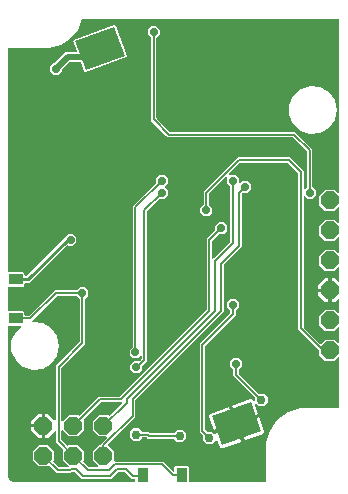
<source format=gbr>
G04 EAGLE Gerber RS-274X export*
G75*
%MOMM*%
%FSLAX34Y34*%
%LPD*%
%INTop Copper*%
%IPPOS*%
%AMOC8*
5,1,8,0,0,1.08239X$1,22.5*%
G01*
%ADD10R,3.500000X2.600000*%
%ADD11P,1.649562X8X112.500000*%
%ADD12P,1.649562X8X22.500000*%
%ADD13R,1.200000X0.900000*%
%ADD14R,0.900000X1.200000*%
%ADD15C,0.254000*%
%ADD16C,0.706400*%
%ADD17C,0.152400*%
%ADD18C,0.756400*%
%ADD19C,0.508000*%

G36*
X50658Y56512D02*
X50658Y56512D01*
X50729Y56518D01*
X50777Y56538D01*
X50828Y56549D01*
X50889Y56586D01*
X50955Y56614D01*
X51011Y56659D01*
X51039Y56675D01*
X51054Y56693D01*
X51086Y56719D01*
X56212Y61845D01*
X63788Y61845D01*
X64311Y61322D01*
X64327Y61310D01*
X64340Y61294D01*
X64427Y61238D01*
X64511Y61178D01*
X64530Y61172D01*
X64547Y61161D01*
X64647Y61136D01*
X64746Y61106D01*
X64766Y61106D01*
X64785Y61101D01*
X64888Y61109D01*
X64992Y61112D01*
X65011Y61119D01*
X65030Y61120D01*
X65125Y61161D01*
X65223Y61196D01*
X65238Y61209D01*
X65257Y61217D01*
X65388Y61322D01*
X81353Y77287D01*
X98737Y77287D01*
X98828Y77301D01*
X98918Y77309D01*
X98948Y77321D01*
X98980Y77326D01*
X99061Y77369D01*
X99145Y77405D01*
X99177Y77431D01*
X99198Y77442D01*
X99220Y77465D01*
X99276Y77510D01*
X172490Y150724D01*
X172543Y150798D01*
X172603Y150868D01*
X172615Y150898D01*
X172634Y150924D01*
X172661Y151011D01*
X172695Y151096D01*
X172699Y151137D01*
X172706Y151159D01*
X172705Y151191D01*
X172713Y151263D01*
X172713Y210947D01*
X179720Y217954D01*
X179773Y218028D01*
X179833Y218098D01*
X179845Y218128D01*
X179864Y218154D01*
X179891Y218241D01*
X179925Y218326D01*
X179929Y218367D01*
X179936Y218389D01*
X179935Y218421D01*
X179943Y218493D01*
X179943Y222095D01*
X182905Y225057D01*
X187095Y225057D01*
X190057Y222095D01*
X190057Y217905D01*
X187095Y214943D01*
X183493Y214943D01*
X183402Y214929D01*
X183312Y214921D01*
X183282Y214909D01*
X183250Y214904D01*
X183169Y214861D01*
X183085Y214825D01*
X183053Y214799D01*
X183032Y214788D01*
X183010Y214765D01*
X183005Y214761D01*
X183004Y214760D01*
X182954Y214720D01*
X177510Y209276D01*
X177457Y209202D01*
X177397Y209132D01*
X177385Y209102D01*
X177366Y209076D01*
X177339Y208989D01*
X177305Y208904D01*
X177301Y208863D01*
X177294Y208841D01*
X177295Y208809D01*
X177287Y208737D01*
X177287Y194858D01*
X177298Y194788D01*
X177300Y194716D01*
X177318Y194667D01*
X177326Y194616D01*
X177360Y194552D01*
X177385Y194485D01*
X177417Y194444D01*
X177442Y194398D01*
X177494Y194349D01*
X177538Y194293D01*
X177582Y194265D01*
X177620Y194229D01*
X177685Y194199D01*
X177745Y194160D01*
X177796Y194147D01*
X177843Y194125D01*
X177914Y194117D01*
X177984Y194100D01*
X178036Y194104D01*
X178087Y194098D01*
X178158Y194113D01*
X178229Y194119D01*
X178277Y194139D01*
X178328Y194150D01*
X178389Y194187D01*
X178455Y194215D01*
X178511Y194260D01*
X178539Y194277D01*
X178554Y194294D01*
X178586Y194320D01*
X179276Y195010D01*
X192490Y208224D01*
X192543Y208298D01*
X192603Y208368D01*
X192615Y208398D01*
X192634Y208424D01*
X192661Y208511D01*
X192695Y208596D01*
X192699Y208637D01*
X192706Y208659D01*
X192705Y208691D01*
X192713Y208763D01*
X192713Y254820D01*
X192699Y254910D01*
X192691Y255001D01*
X192679Y255031D01*
X192674Y255063D01*
X192631Y255144D01*
X192595Y255227D01*
X192569Y255260D01*
X192558Y255280D01*
X192535Y255302D01*
X192490Y255358D01*
X189943Y257905D01*
X189943Y262372D01*
X189932Y262442D01*
X189930Y262514D01*
X189912Y262563D01*
X189904Y262614D01*
X189870Y262678D01*
X189845Y262745D01*
X189813Y262786D01*
X189788Y262832D01*
X189736Y262881D01*
X189692Y262937D01*
X189648Y262965D01*
X189610Y263001D01*
X189545Y263031D01*
X189485Y263070D01*
X189434Y263083D01*
X189387Y263105D01*
X189316Y263113D01*
X189246Y263130D01*
X189194Y263126D01*
X189143Y263132D01*
X189072Y263117D01*
X189001Y263111D01*
X188953Y263091D01*
X188902Y263080D01*
X188841Y263043D01*
X188775Y263015D01*
X188719Y262970D01*
X188691Y262953D01*
X188676Y262936D01*
X188644Y262910D01*
X175010Y249276D01*
X174957Y249202D01*
X174897Y249132D01*
X174885Y249102D01*
X174866Y249076D01*
X174839Y248989D01*
X174805Y248904D01*
X174801Y248863D01*
X174794Y248841D01*
X174795Y248809D01*
X174787Y248737D01*
X174787Y240180D01*
X174801Y240090D01*
X174809Y239999D01*
X174821Y239969D01*
X174826Y239937D01*
X174869Y239856D01*
X174905Y239773D01*
X174931Y239740D01*
X174942Y239720D01*
X174965Y239698D01*
X175010Y239642D01*
X177557Y237095D01*
X177557Y232905D01*
X174595Y229943D01*
X170405Y229943D01*
X167443Y232905D01*
X167443Y237095D01*
X169990Y239642D01*
X170043Y239716D01*
X170103Y239785D01*
X170115Y239815D01*
X170134Y239841D01*
X170161Y239928D01*
X170195Y240013D01*
X170199Y240054D01*
X170206Y240076D01*
X170205Y240109D01*
X170213Y240180D01*
X170213Y250947D01*
X199053Y279787D01*
X243447Y279787D01*
X254787Y268447D01*
X254787Y253776D01*
X254798Y253705D01*
X254800Y253633D01*
X254818Y253584D01*
X254826Y253533D01*
X254860Y253470D01*
X254885Y253402D01*
X254917Y253362D01*
X254942Y253316D01*
X254994Y253266D01*
X255038Y253210D01*
X255082Y253182D01*
X255120Y253146D01*
X255185Y253116D01*
X255245Y253077D01*
X255296Y253065D01*
X255343Y253043D01*
X255414Y253035D01*
X255484Y253017D01*
X255536Y253021D01*
X255587Y253016D01*
X255658Y253031D01*
X255729Y253036D01*
X255777Y253057D01*
X255828Y253068D01*
X255889Y253105D01*
X255955Y253133D01*
X256011Y253178D01*
X256039Y253194D01*
X256054Y253212D01*
X256086Y253238D01*
X257490Y254642D01*
X257543Y254716D01*
X257603Y254785D01*
X257615Y254815D01*
X257634Y254841D01*
X257661Y254929D01*
X257695Y255013D01*
X257699Y255054D01*
X257706Y255076D01*
X257705Y255109D01*
X257713Y255180D01*
X257713Y284737D01*
X257699Y284828D01*
X257691Y284918D01*
X257679Y284948D01*
X257674Y284980D01*
X257631Y285061D01*
X257595Y285145D01*
X257569Y285177D01*
X257558Y285198D01*
X257535Y285220D01*
X257490Y285276D01*
X246276Y296490D01*
X246202Y296543D01*
X246132Y296603D01*
X246102Y296615D01*
X246076Y296634D01*
X245989Y296661D01*
X245904Y296695D01*
X245863Y296699D01*
X245841Y296706D01*
X245809Y296705D01*
X245737Y296713D01*
X140053Y296713D01*
X138490Y298276D01*
X125713Y311053D01*
X125713Y380820D01*
X125699Y380910D01*
X125691Y381001D01*
X125679Y381031D01*
X125674Y381063D01*
X125631Y381144D01*
X125595Y381227D01*
X125569Y381260D01*
X125558Y381280D01*
X125535Y381302D01*
X125490Y381358D01*
X122943Y383905D01*
X122943Y388095D01*
X125905Y391057D01*
X130095Y391057D01*
X133057Y388095D01*
X133057Y383905D01*
X130510Y381358D01*
X130457Y381284D01*
X130397Y381215D01*
X130385Y381185D01*
X130366Y381159D01*
X130339Y381072D01*
X130305Y380987D01*
X130301Y380946D01*
X130294Y380924D01*
X130295Y380891D01*
X130287Y380820D01*
X130287Y313263D01*
X130301Y313172D01*
X130309Y313082D01*
X130321Y313052D01*
X130326Y313020D01*
X130369Y312939D01*
X130405Y312855D01*
X130431Y312823D01*
X130442Y312802D01*
X130465Y312780D01*
X130510Y312724D01*
X141724Y301510D01*
X141798Y301457D01*
X141868Y301397D01*
X141898Y301385D01*
X141924Y301366D01*
X142011Y301339D01*
X142096Y301305D01*
X142137Y301301D01*
X142159Y301294D01*
X142191Y301295D01*
X142262Y301287D01*
X247947Y301287D01*
X262287Y286947D01*
X262287Y255180D01*
X262301Y255090D01*
X262309Y254999D01*
X262321Y254969D01*
X262326Y254937D01*
X262369Y254856D01*
X262405Y254773D01*
X262431Y254740D01*
X262442Y254720D01*
X262465Y254698D01*
X262510Y254642D01*
X265057Y252095D01*
X265057Y247905D01*
X262095Y244943D01*
X257905Y244943D01*
X256086Y246762D01*
X256028Y246804D01*
X255976Y246854D01*
X255929Y246876D01*
X255887Y246906D01*
X255818Y246927D01*
X255753Y246957D01*
X255701Y246963D01*
X255651Y246978D01*
X255580Y246976D01*
X255509Y246984D01*
X255458Y246973D01*
X255406Y246972D01*
X255338Y246947D01*
X255268Y246932D01*
X255223Y246905D01*
X255175Y246888D01*
X255119Y246843D01*
X255057Y246806D01*
X255023Y246766D01*
X254983Y246734D01*
X254944Y246674D01*
X254897Y246619D01*
X254878Y246571D01*
X254850Y246527D01*
X254832Y246457D01*
X254805Y246391D01*
X254797Y246320D01*
X254789Y246288D01*
X254791Y246265D01*
X254787Y246224D01*
X254787Y136262D01*
X254801Y136172D01*
X254809Y136081D01*
X254821Y136052D01*
X254826Y136020D01*
X254869Y135939D01*
X254905Y135855D01*
X254931Y135823D01*
X254942Y135802D01*
X254965Y135780D01*
X255010Y135724D01*
X268612Y122122D01*
X268629Y122110D01*
X268641Y122094D01*
X268728Y122038D01*
X268812Y121978D01*
X268831Y121972D01*
X268848Y121961D01*
X268948Y121936D01*
X269047Y121906D01*
X269067Y121906D01*
X269086Y121901D01*
X269189Y121909D01*
X269293Y121912D01*
X269312Y121919D01*
X269332Y121920D01*
X269427Y121961D01*
X269524Y121996D01*
X269540Y122009D01*
X269558Y122017D01*
X269689Y122122D01*
X273212Y125645D01*
X280788Y125645D01*
X283890Y122543D01*
X283948Y122501D01*
X284000Y122452D01*
X284047Y122430D01*
X284089Y122399D01*
X284158Y122378D01*
X284223Y122348D01*
X284275Y122342D01*
X284325Y122327D01*
X284396Y122329D01*
X284467Y122321D01*
X284518Y122332D01*
X284570Y122333D01*
X284638Y122358D01*
X284708Y122373D01*
X284753Y122400D01*
X284801Y122418D01*
X284857Y122463D01*
X284919Y122499D01*
X284953Y122539D01*
X284993Y122571D01*
X285032Y122632D01*
X285079Y122686D01*
X285098Y122735D01*
X285126Y122778D01*
X285144Y122848D01*
X285171Y122914D01*
X285179Y122986D01*
X285187Y123017D01*
X285185Y123040D01*
X285189Y123081D01*
X285189Y135319D01*
X285178Y135390D01*
X285176Y135461D01*
X285158Y135510D01*
X285150Y135562D01*
X285116Y135625D01*
X285091Y135692D01*
X285059Y135733D01*
X285034Y135779D01*
X284982Y135828D01*
X284938Y135884D01*
X284894Y135913D01*
X284856Y135948D01*
X284791Y135979D01*
X284731Y136017D01*
X284680Y136030D01*
X284633Y136052D01*
X284562Y136060D01*
X284492Y136077D01*
X284440Y136073D01*
X284389Y136079D01*
X284318Y136064D01*
X284247Y136058D01*
X284199Y136038D01*
X284148Y136027D01*
X284087Y135990D01*
X284021Y135962D01*
X283965Y135917D01*
X283937Y135901D01*
X283922Y135883D01*
X283890Y135857D01*
X280788Y132755D01*
X273212Y132755D01*
X267855Y138112D01*
X267855Y145688D01*
X273212Y151045D01*
X280788Y151045D01*
X283890Y147943D01*
X283948Y147901D01*
X284000Y147852D01*
X284047Y147830D01*
X284089Y147799D01*
X284158Y147778D01*
X284223Y147748D01*
X284275Y147742D01*
X284325Y147727D01*
X284396Y147729D01*
X284467Y147721D01*
X284518Y147732D01*
X284570Y147733D01*
X284638Y147758D01*
X284708Y147773D01*
X284753Y147800D01*
X284801Y147818D01*
X284857Y147863D01*
X284919Y147899D01*
X284953Y147939D01*
X284993Y147971D01*
X285032Y148032D01*
X285079Y148086D01*
X285098Y148135D01*
X285126Y148178D01*
X285144Y148248D01*
X285171Y148314D01*
X285179Y148386D01*
X285187Y148417D01*
X285185Y148440D01*
X285189Y148481D01*
X285189Y159282D01*
X285178Y159353D01*
X285176Y159424D01*
X285158Y159473D01*
X285150Y159525D01*
X285116Y159588D01*
X285091Y159655D01*
X285059Y159696D01*
X285034Y159742D01*
X284982Y159792D01*
X284938Y159848D01*
X284894Y159876D01*
X284856Y159912D01*
X284791Y159942D01*
X284731Y159981D01*
X284680Y159993D01*
X284633Y160015D01*
X284562Y160023D01*
X284492Y160041D01*
X284440Y160037D01*
X284389Y160042D01*
X284318Y160027D01*
X284247Y160021D01*
X284199Y160001D01*
X284148Y159990D01*
X284087Y159953D01*
X284021Y159925D01*
X283965Y159880D01*
X283937Y159864D01*
X283922Y159846D01*
X283890Y159820D01*
X281209Y157139D01*
X278523Y157139D01*
X278523Y166538D01*
X278520Y166558D01*
X278522Y166577D01*
X278500Y166679D01*
X278483Y166781D01*
X278474Y166798D01*
X278470Y166818D01*
X278417Y166907D01*
X278368Y166998D01*
X278354Y167012D01*
X278344Y167029D01*
X278265Y167096D01*
X278190Y167167D01*
X278172Y167176D01*
X278157Y167189D01*
X278061Y167227D01*
X277967Y167271D01*
X277947Y167273D01*
X277929Y167281D01*
X277762Y167299D01*
X276999Y167299D01*
X276999Y167301D01*
X277762Y167301D01*
X277782Y167304D01*
X277801Y167302D01*
X277903Y167324D01*
X278005Y167341D01*
X278022Y167350D01*
X278042Y167354D01*
X278131Y167407D01*
X278222Y167456D01*
X278236Y167470D01*
X278253Y167480D01*
X278320Y167559D01*
X278391Y167634D01*
X278400Y167652D01*
X278413Y167667D01*
X278452Y167763D01*
X278495Y167857D01*
X278497Y167877D01*
X278505Y167895D01*
X278523Y168062D01*
X278523Y177461D01*
X281209Y177461D01*
X283890Y174780D01*
X283948Y174738D01*
X284000Y174688D01*
X284047Y174667D01*
X284089Y174636D01*
X284158Y174615D01*
X284223Y174585D01*
X284275Y174579D01*
X284325Y174564D01*
X284396Y174566D01*
X284467Y174558D01*
X284518Y174569D01*
X284570Y174570D01*
X284638Y174595D01*
X284708Y174610D01*
X284753Y174637D01*
X284801Y174655D01*
X284857Y174699D01*
X284919Y174736D01*
X284953Y174776D01*
X284993Y174808D01*
X285032Y174869D01*
X285079Y174923D01*
X285098Y174971D01*
X285126Y175015D01*
X285144Y175085D01*
X285156Y175116D01*
X285161Y175126D01*
X285161Y175128D01*
X285171Y175151D01*
X285179Y175223D01*
X285187Y175254D01*
X285185Y175277D01*
X285189Y175318D01*
X285189Y186119D01*
X285178Y186190D01*
X285176Y186261D01*
X285158Y186310D01*
X285150Y186362D01*
X285116Y186425D01*
X285091Y186492D01*
X285059Y186533D01*
X285034Y186579D01*
X284982Y186628D01*
X284938Y186684D01*
X284894Y186713D01*
X284856Y186748D01*
X284791Y186779D01*
X284731Y186817D01*
X284680Y186830D01*
X284633Y186852D01*
X284562Y186860D01*
X284492Y186877D01*
X284440Y186873D01*
X284389Y186879D01*
X284318Y186864D01*
X284247Y186858D01*
X284199Y186838D01*
X284148Y186827D01*
X284087Y186790D01*
X284021Y186762D01*
X283965Y186717D01*
X283937Y186701D01*
X283922Y186683D01*
X283890Y186657D01*
X280788Y183555D01*
X273212Y183555D01*
X267855Y188912D01*
X267855Y196488D01*
X273212Y201845D01*
X280788Y201845D01*
X283890Y198743D01*
X283948Y198701D01*
X284000Y198652D01*
X284047Y198630D01*
X284089Y198599D01*
X284158Y198578D01*
X284223Y198548D01*
X284275Y198542D01*
X284325Y198527D01*
X284396Y198529D01*
X284467Y198521D01*
X284518Y198532D01*
X284570Y198533D01*
X284638Y198558D01*
X284708Y198573D01*
X284753Y198600D01*
X284801Y198618D01*
X284857Y198663D01*
X284919Y198699D01*
X284953Y198739D01*
X284993Y198771D01*
X285032Y198832D01*
X285079Y198886D01*
X285098Y198935D01*
X285126Y198978D01*
X285144Y199048D01*
X285171Y199114D01*
X285179Y199186D01*
X285187Y199217D01*
X285185Y199240D01*
X285189Y199281D01*
X285189Y211519D01*
X285178Y211590D01*
X285176Y211661D01*
X285158Y211710D01*
X285150Y211762D01*
X285116Y211825D01*
X285091Y211892D01*
X285059Y211933D01*
X285034Y211979D01*
X284982Y212028D01*
X284938Y212084D01*
X284894Y212113D01*
X284856Y212148D01*
X284791Y212179D01*
X284731Y212217D01*
X284680Y212230D01*
X284633Y212252D01*
X284562Y212260D01*
X284492Y212277D01*
X284440Y212273D01*
X284389Y212279D01*
X284318Y212264D01*
X284247Y212258D01*
X284199Y212238D01*
X284148Y212227D01*
X284087Y212190D01*
X284021Y212162D01*
X283965Y212117D01*
X283937Y212101D01*
X283922Y212083D01*
X283890Y212057D01*
X280788Y208955D01*
X273212Y208955D01*
X267855Y214312D01*
X267855Y221888D01*
X273212Y227245D01*
X280788Y227245D01*
X283890Y224143D01*
X283948Y224101D01*
X284000Y224052D01*
X284047Y224030D01*
X284089Y223999D01*
X284158Y223978D01*
X284223Y223948D01*
X284275Y223942D01*
X284325Y223927D01*
X284396Y223929D01*
X284467Y223921D01*
X284518Y223932D01*
X284570Y223933D01*
X284638Y223958D01*
X284708Y223973D01*
X284753Y224000D01*
X284801Y224018D01*
X284857Y224063D01*
X284919Y224099D01*
X284953Y224139D01*
X284993Y224171D01*
X285032Y224232D01*
X285079Y224286D01*
X285098Y224335D01*
X285126Y224378D01*
X285144Y224448D01*
X285171Y224514D01*
X285179Y224586D01*
X285187Y224617D01*
X285185Y224640D01*
X285189Y224681D01*
X285189Y236919D01*
X285178Y236990D01*
X285176Y237061D01*
X285158Y237110D01*
X285150Y237162D01*
X285116Y237225D01*
X285091Y237292D01*
X285059Y237333D01*
X285034Y237379D01*
X284982Y237428D01*
X284938Y237484D01*
X284894Y237513D01*
X284856Y237548D01*
X284791Y237579D01*
X284731Y237617D01*
X284680Y237630D01*
X284633Y237652D01*
X284562Y237660D01*
X284492Y237677D01*
X284440Y237673D01*
X284389Y237679D01*
X284318Y237664D01*
X284247Y237658D01*
X284199Y237638D01*
X284148Y237627D01*
X284087Y237590D01*
X284021Y237562D01*
X283965Y237517D01*
X283937Y237501D01*
X283922Y237483D01*
X283890Y237457D01*
X280788Y234355D01*
X273212Y234355D01*
X267855Y239712D01*
X267855Y247288D01*
X273212Y252645D01*
X280788Y252645D01*
X283890Y249543D01*
X283948Y249501D01*
X284000Y249452D01*
X284047Y249430D01*
X284089Y249399D01*
X284158Y249378D01*
X284223Y249348D01*
X284275Y249342D01*
X284325Y249327D01*
X284396Y249329D01*
X284467Y249321D01*
X284518Y249332D01*
X284570Y249333D01*
X284638Y249358D01*
X284708Y249373D01*
X284753Y249400D01*
X284801Y249418D01*
X284857Y249463D01*
X284919Y249499D01*
X284953Y249539D01*
X284993Y249571D01*
X285032Y249632D01*
X285079Y249686D01*
X285098Y249735D01*
X285126Y249778D01*
X285144Y249848D01*
X285171Y249914D01*
X285179Y249986D01*
X285187Y250017D01*
X285185Y250040D01*
X285189Y250081D01*
X285189Y396428D01*
X285186Y396448D01*
X285188Y396467D01*
X285166Y396569D01*
X285150Y396671D01*
X285140Y396688D01*
X285136Y396708D01*
X285083Y396797D01*
X285034Y396888D01*
X285020Y396902D01*
X285010Y396919D01*
X284931Y396986D01*
X284856Y397058D01*
X284838Y397066D01*
X284823Y397079D01*
X284727Y397118D01*
X284633Y397161D01*
X284613Y397163D01*
X284595Y397171D01*
X284428Y397189D01*
X67676Y397189D01*
X67674Y397189D01*
X67673Y397189D01*
X67552Y397169D01*
X67433Y397150D01*
X67432Y397149D01*
X67430Y397148D01*
X67322Y397091D01*
X67216Y397034D01*
X67215Y397033D01*
X67213Y397032D01*
X67129Y396943D01*
X67047Y396856D01*
X67046Y396854D01*
X67045Y396853D01*
X66967Y396705D01*
X63471Y387738D01*
X57280Y380175D01*
X49055Y374896D01*
X39602Y372416D01*
X34883Y372688D01*
X34867Y372686D01*
X34839Y372689D01*
X5572Y372689D01*
X5552Y372686D01*
X5533Y372688D01*
X5431Y372666D01*
X5329Y372650D01*
X5312Y372640D01*
X5292Y372636D01*
X5203Y372583D01*
X5112Y372534D01*
X5098Y372520D01*
X5081Y372510D01*
X5014Y372431D01*
X4942Y372356D01*
X4934Y372338D01*
X4921Y372323D01*
X4882Y372227D01*
X4839Y372133D01*
X4837Y372113D01*
X4829Y372095D01*
X4811Y371928D01*
X4811Y183286D01*
X4814Y183266D01*
X4812Y183247D01*
X4834Y183145D01*
X4850Y183043D01*
X4860Y183026D01*
X4864Y183006D01*
X4917Y182917D01*
X4966Y182826D01*
X4980Y182812D01*
X4990Y182795D01*
X5069Y182728D01*
X5144Y182656D01*
X5162Y182648D01*
X5177Y182635D01*
X5273Y182596D01*
X5367Y182553D01*
X5387Y182551D01*
X5405Y182543D01*
X5572Y182525D01*
X17632Y182525D01*
X18525Y181632D01*
X18525Y180056D01*
X18528Y180036D01*
X18526Y180017D01*
X18548Y179915D01*
X18564Y179813D01*
X18574Y179796D01*
X18578Y179776D01*
X18631Y179687D01*
X18680Y179596D01*
X18694Y179582D01*
X18704Y179565D01*
X18783Y179498D01*
X18858Y179426D01*
X18876Y179418D01*
X18891Y179405D01*
X18987Y179366D01*
X19081Y179323D01*
X19101Y179321D01*
X19119Y179313D01*
X19286Y179295D01*
X20027Y179295D01*
X20117Y179309D01*
X20208Y179317D01*
X20238Y179329D01*
X20270Y179334D01*
X20350Y179377D01*
X20434Y179413D01*
X20466Y179439D01*
X20487Y179450D01*
X20509Y179473D01*
X20565Y179518D01*
X52220Y211173D01*
X52273Y211247D01*
X52333Y211316D01*
X52345Y211346D01*
X52364Y211372D01*
X52391Y211459D01*
X52425Y211544D01*
X52429Y211585D01*
X52436Y211607D01*
X52435Y211640D01*
X52443Y211711D01*
X52443Y212095D01*
X55405Y215057D01*
X59595Y215057D01*
X62557Y212095D01*
X62557Y207905D01*
X59595Y204943D01*
X55405Y204943D01*
X55189Y205160D01*
X55173Y205172D01*
X55160Y205187D01*
X55073Y205243D01*
X54989Y205303D01*
X54970Y205309D01*
X54953Y205320D01*
X54853Y205345D01*
X54754Y205376D01*
X54734Y205375D01*
X54715Y205380D01*
X54612Y205372D01*
X54508Y205369D01*
X54489Y205363D01*
X54470Y205361D01*
X54375Y205321D01*
X54277Y205285D01*
X54262Y205272D01*
X54243Y205265D01*
X54112Y205160D01*
X22658Y173705D01*
X19286Y173705D01*
X19266Y173702D01*
X19247Y173704D01*
X19145Y173682D01*
X19043Y173666D01*
X19026Y173656D01*
X19006Y173652D01*
X18917Y173599D01*
X18826Y173550D01*
X18812Y173536D01*
X18795Y173526D01*
X18728Y173447D01*
X18656Y173372D01*
X18648Y173354D01*
X18635Y173339D01*
X18596Y173243D01*
X18553Y173149D01*
X18551Y173129D01*
X18543Y173111D01*
X18525Y172944D01*
X18525Y171368D01*
X17632Y170475D01*
X5572Y170475D01*
X5552Y170472D01*
X5533Y170474D01*
X5431Y170452D01*
X5329Y170436D01*
X5312Y170426D01*
X5292Y170422D01*
X5203Y170369D01*
X5112Y170320D01*
X5098Y170306D01*
X5081Y170296D01*
X5014Y170217D01*
X4942Y170142D01*
X4934Y170124D01*
X4921Y170109D01*
X4882Y170013D01*
X4839Y169919D01*
X4837Y169899D01*
X4829Y169881D01*
X4811Y169714D01*
X4811Y150286D01*
X4814Y150266D01*
X4812Y150247D01*
X4834Y150145D01*
X4850Y150043D01*
X4860Y150026D01*
X4864Y150006D01*
X4917Y149917D01*
X4966Y149826D01*
X4980Y149812D01*
X4990Y149795D01*
X5069Y149728D01*
X5144Y149656D01*
X5162Y149648D01*
X5177Y149635D01*
X5273Y149596D01*
X5367Y149553D01*
X5387Y149551D01*
X5405Y149543D01*
X5572Y149525D01*
X17632Y149525D01*
X18525Y148632D01*
X18525Y146548D01*
X18528Y146528D01*
X18526Y146509D01*
X18548Y146407D01*
X18564Y146305D01*
X18574Y146288D01*
X18578Y146268D01*
X18631Y146179D01*
X18680Y146088D01*
X18694Y146074D01*
X18704Y146057D01*
X18783Y145990D01*
X18858Y145918D01*
X18876Y145910D01*
X18891Y145897D01*
X18987Y145858D01*
X19081Y145815D01*
X19101Y145813D01*
X19119Y145805D01*
X19286Y145787D01*
X22237Y145787D01*
X22328Y145801D01*
X22418Y145809D01*
X22448Y145821D01*
X22480Y145826D01*
X22561Y145869D01*
X22645Y145905D01*
X22677Y145931D01*
X22698Y145942D01*
X22720Y145965D01*
X22776Y146010D01*
X44053Y167287D01*
X62320Y167287D01*
X62410Y167301D01*
X62501Y167309D01*
X62531Y167321D01*
X62563Y167326D01*
X62644Y167369D01*
X62727Y167405D01*
X62760Y167431D01*
X62780Y167442D01*
X62802Y167465D01*
X62858Y167510D01*
X65405Y170057D01*
X69595Y170057D01*
X72557Y167095D01*
X72557Y162905D01*
X70010Y160358D01*
X69957Y160284D01*
X69897Y160215D01*
X69885Y160185D01*
X69866Y160159D01*
X69839Y160072D01*
X69805Y159987D01*
X69801Y159946D01*
X69794Y159924D01*
X69795Y159891D01*
X69787Y159820D01*
X69787Y121553D01*
X50010Y101776D01*
X49957Y101702D01*
X49897Y101632D01*
X49885Y101602D01*
X49866Y101576D01*
X49839Y101489D01*
X49805Y101404D01*
X49801Y101363D01*
X49794Y101341D01*
X49795Y101309D01*
X49787Y101237D01*
X49787Y57257D01*
X49798Y57186D01*
X49800Y57115D01*
X49818Y57066D01*
X49826Y57014D01*
X49860Y56951D01*
X49885Y56884D01*
X49917Y56843D01*
X49942Y56797D01*
X49994Y56748D01*
X50038Y56692D01*
X50082Y56663D01*
X50120Y56628D01*
X50185Y56597D01*
X50245Y56559D01*
X50296Y56546D01*
X50343Y56524D01*
X50414Y56516D01*
X50484Y56499D01*
X50536Y56503D01*
X50587Y56497D01*
X50658Y56512D01*
G37*
G36*
X221948Y4814D02*
X221948Y4814D01*
X221967Y4812D01*
X222069Y4834D01*
X222171Y4850D01*
X222188Y4860D01*
X222208Y4864D01*
X222297Y4917D01*
X222388Y4966D01*
X222402Y4980D01*
X222419Y4990D01*
X222486Y5069D01*
X222558Y5144D01*
X222566Y5162D01*
X222579Y5177D01*
X222618Y5273D01*
X222661Y5367D01*
X222663Y5387D01*
X222671Y5405D01*
X222689Y5572D01*
X222689Y38013D01*
X226097Y48501D01*
X232578Y57422D01*
X241499Y63903D01*
X251987Y67311D01*
X284428Y67311D01*
X284448Y67314D01*
X284467Y67312D01*
X284569Y67334D01*
X284671Y67350D01*
X284688Y67360D01*
X284708Y67364D01*
X284797Y67417D01*
X284888Y67466D01*
X284902Y67480D01*
X284919Y67490D01*
X284986Y67569D01*
X285058Y67644D01*
X285066Y67662D01*
X285079Y67677D01*
X285118Y67773D01*
X285161Y67867D01*
X285163Y67887D01*
X285171Y67905D01*
X285189Y68072D01*
X285189Y109919D01*
X285178Y109990D01*
X285176Y110061D01*
X285158Y110110D01*
X285150Y110162D01*
X285116Y110225D01*
X285091Y110292D01*
X285059Y110333D01*
X285034Y110379D01*
X284982Y110428D01*
X284938Y110484D01*
X284894Y110513D01*
X284856Y110548D01*
X284791Y110579D01*
X284731Y110617D01*
X284680Y110630D01*
X284633Y110652D01*
X284562Y110660D01*
X284492Y110677D01*
X284440Y110673D01*
X284389Y110679D01*
X284318Y110664D01*
X284247Y110658D01*
X284199Y110638D01*
X284148Y110627D01*
X284087Y110590D01*
X284021Y110562D01*
X283965Y110517D01*
X283937Y110501D01*
X283922Y110483D01*
X283890Y110457D01*
X280788Y107355D01*
X273212Y107355D01*
X267855Y112712D01*
X267855Y116096D01*
X267841Y116186D01*
X267833Y116277D01*
X267821Y116306D01*
X267816Y116338D01*
X267773Y116419D01*
X267737Y116503D01*
X267711Y116535D01*
X267700Y116556D01*
X267677Y116578D01*
X267632Y116634D01*
X251776Y132490D01*
X250213Y134053D01*
X250213Y266237D01*
X250199Y266328D01*
X250191Y266418D01*
X250179Y266448D01*
X250174Y266480D01*
X250131Y266561D01*
X250095Y266645D01*
X250069Y266677D01*
X250058Y266698D01*
X250035Y266720D01*
X249990Y266776D01*
X241776Y274990D01*
X241702Y275043D01*
X241632Y275103D01*
X241602Y275115D01*
X241576Y275134D01*
X241489Y275161D01*
X241404Y275195D01*
X241363Y275199D01*
X241341Y275206D01*
X241309Y275205D01*
X241237Y275213D01*
X201263Y275213D01*
X201172Y275199D01*
X201082Y275191D01*
X201052Y275179D01*
X201020Y275174D01*
X200939Y275131D01*
X200855Y275095D01*
X200823Y275069D01*
X200802Y275058D01*
X200780Y275035D01*
X200724Y274990D01*
X192090Y266356D01*
X192048Y266298D01*
X191999Y266246D01*
X191977Y266199D01*
X191947Y266157D01*
X191926Y266088D01*
X191895Y266023D01*
X191890Y265971D01*
X191874Y265921D01*
X191876Y265850D01*
X191868Y265779D01*
X191879Y265728D01*
X191881Y265676D01*
X191905Y265608D01*
X191920Y265538D01*
X191947Y265493D01*
X191965Y265445D01*
X192010Y265389D01*
X192047Y265327D01*
X192086Y265293D01*
X192119Y265253D01*
X192179Y265214D01*
X192234Y265167D01*
X192282Y265148D01*
X192326Y265120D01*
X192395Y265102D01*
X192462Y265075D01*
X192533Y265067D01*
X192564Y265059D01*
X192588Y265061D01*
X192628Y265057D01*
X197095Y265057D01*
X200057Y262095D01*
X200057Y259046D01*
X200058Y259035D01*
X200058Y259029D01*
X200065Y258996D01*
X200068Y258975D01*
X200070Y258903D01*
X200088Y258854D01*
X200096Y258803D01*
X200130Y258740D01*
X200155Y258672D01*
X200187Y258632D01*
X200212Y258586D01*
X200264Y258536D01*
X200308Y258480D01*
X200352Y258452D01*
X200390Y258416D01*
X200455Y258386D01*
X200515Y258347D01*
X200566Y258335D01*
X200613Y258313D01*
X200684Y258305D01*
X200754Y258287D01*
X200806Y258291D01*
X200857Y258286D01*
X200928Y258301D01*
X200999Y258306D01*
X201047Y258327D01*
X201098Y258338D01*
X201159Y258375D01*
X201225Y258403D01*
X201281Y258448D01*
X201309Y258464D01*
X201324Y258482D01*
X201356Y258508D01*
X202905Y260057D01*
X207095Y260057D01*
X210057Y257095D01*
X210057Y252905D01*
X207095Y249943D01*
X203493Y249943D01*
X203402Y249929D01*
X203312Y249921D01*
X203282Y249909D01*
X203250Y249904D01*
X203169Y249861D01*
X203085Y249825D01*
X203053Y249799D01*
X203032Y249788D01*
X203023Y249779D01*
X203022Y249778D01*
X203008Y249763D01*
X202954Y249720D01*
X202510Y249276D01*
X202457Y249202D01*
X202397Y249132D01*
X202385Y249102D01*
X202366Y249076D01*
X202339Y248989D01*
X202305Y248904D01*
X202301Y248863D01*
X202294Y248841D01*
X202295Y248809D01*
X202287Y248737D01*
X202287Y204053D01*
X187510Y189276D01*
X187457Y189202D01*
X187397Y189132D01*
X187385Y189102D01*
X187366Y189076D01*
X187339Y188989D01*
X187305Y188904D01*
X187301Y188863D01*
X187294Y188841D01*
X187295Y188809D01*
X187287Y188737D01*
X187287Y149053D01*
X112510Y74276D01*
X112457Y74202D01*
X112397Y74132D01*
X112385Y74102D01*
X112366Y74076D01*
X112339Y73989D01*
X112305Y73904D01*
X112301Y73863D01*
X112294Y73841D01*
X112295Y73809D01*
X112287Y73737D01*
X112287Y59953D01*
X89522Y37188D01*
X89510Y37171D01*
X89494Y37159D01*
X89438Y37072D01*
X89378Y36988D01*
X89372Y36969D01*
X89361Y36952D01*
X89336Y36852D01*
X89306Y36753D01*
X89306Y36733D01*
X89301Y36714D01*
X89309Y36611D01*
X89312Y36507D01*
X89319Y36488D01*
X89320Y36468D01*
X89361Y36373D01*
X89396Y36276D01*
X89409Y36260D01*
X89417Y36242D01*
X89522Y36111D01*
X94545Y31088D01*
X94545Y23494D01*
X94528Y23476D01*
X94506Y23429D01*
X94475Y23387D01*
X94454Y23318D01*
X94424Y23253D01*
X94418Y23201D01*
X94403Y23152D01*
X94405Y23080D01*
X94397Y23009D01*
X94408Y22958D01*
X94409Y22906D01*
X94434Y22838D01*
X94449Y22768D01*
X94476Y22723D01*
X94494Y22675D01*
X94539Y22619D01*
X94575Y22557D01*
X94615Y22523D01*
X94647Y22483D01*
X94708Y22444D01*
X94762Y22397D01*
X94811Y22378D01*
X94854Y22350D01*
X94924Y22332D01*
X94990Y22305D01*
X95062Y22297D01*
X95093Y22289D01*
X95116Y22291D01*
X95157Y22287D01*
X135947Y22287D01*
X144176Y14058D01*
X144234Y14016D01*
X144286Y13967D01*
X144333Y13945D01*
X144375Y13915D01*
X144444Y13894D01*
X144509Y13863D01*
X144561Y13858D01*
X144611Y13842D01*
X144682Y13844D01*
X144753Y13836D01*
X144804Y13847D01*
X144856Y13849D01*
X144924Y13873D01*
X144994Y13888D01*
X145039Y13915D01*
X145087Y13933D01*
X145143Y13978D01*
X145205Y14015D01*
X145239Y14054D01*
X145279Y14087D01*
X145318Y14147D01*
X145365Y14202D01*
X145384Y14250D01*
X145412Y14294D01*
X145430Y14363D01*
X145457Y14430D01*
X145465Y14501D01*
X145473Y14532D01*
X145471Y14556D01*
X145475Y14596D01*
X145475Y17632D01*
X146368Y18525D01*
X156632Y18525D01*
X157525Y17632D01*
X157525Y5572D01*
X157528Y5552D01*
X157526Y5533D01*
X157548Y5431D01*
X157564Y5329D01*
X157574Y5312D01*
X157578Y5292D01*
X157631Y5203D01*
X157680Y5112D01*
X157694Y5098D01*
X157704Y5081D01*
X157783Y5014D01*
X157858Y4942D01*
X157876Y4934D01*
X157891Y4921D01*
X157987Y4882D01*
X158081Y4839D01*
X158101Y4837D01*
X158119Y4829D01*
X158286Y4811D01*
X221928Y4811D01*
X221948Y4814D01*
G37*
G36*
X111734Y4814D02*
X111734Y4814D01*
X111753Y4812D01*
X111855Y4834D01*
X111957Y4850D01*
X111974Y4860D01*
X111994Y4864D01*
X112083Y4917D01*
X112174Y4966D01*
X112188Y4980D01*
X112205Y4990D01*
X112272Y5069D01*
X112344Y5144D01*
X112352Y5162D01*
X112365Y5177D01*
X112404Y5273D01*
X112447Y5367D01*
X112449Y5387D01*
X112457Y5405D01*
X112475Y5572D01*
X112475Y6952D01*
X112472Y6972D01*
X112474Y6991D01*
X112452Y7093D01*
X112436Y7195D01*
X112426Y7212D01*
X112422Y7232D01*
X112369Y7321D01*
X112320Y7412D01*
X112306Y7426D01*
X112296Y7443D01*
X112217Y7510D01*
X112142Y7582D01*
X112124Y7590D01*
X112109Y7603D01*
X112013Y7642D01*
X111919Y7685D01*
X111899Y7687D01*
X111881Y7695D01*
X111714Y7713D01*
X109053Y7713D01*
X103458Y13308D01*
X103384Y13361D01*
X103314Y13421D01*
X103284Y13433D01*
X103258Y13452D01*
X103171Y13479D01*
X103086Y13513D01*
X103045Y13517D01*
X103023Y13524D01*
X102991Y13523D01*
X102919Y13531D01*
X97853Y13531D01*
X97762Y13517D01*
X97672Y13509D01*
X97642Y13497D01*
X97610Y13492D01*
X97529Y13449D01*
X97445Y13413D01*
X97413Y13387D01*
X97392Y13376D01*
X97370Y13353D01*
X97314Y13308D01*
X91719Y7713D01*
X67281Y7713D01*
X61686Y13308D01*
X61612Y13361D01*
X61542Y13421D01*
X61512Y13433D01*
X61486Y13452D01*
X61399Y13479D01*
X61314Y13513D01*
X61273Y13517D01*
X61251Y13524D01*
X61219Y13523D01*
X61147Y13531D01*
X58853Y13531D01*
X58762Y13517D01*
X58672Y13509D01*
X58642Y13497D01*
X58610Y13492D01*
X58529Y13449D01*
X58445Y13413D01*
X58413Y13387D01*
X58392Y13376D01*
X58370Y13353D01*
X58314Y13308D01*
X57719Y12713D01*
X45953Y12713D01*
X44390Y14276D01*
X39988Y18678D01*
X39971Y18690D01*
X39959Y18706D01*
X39872Y18762D01*
X39788Y18822D01*
X39769Y18828D01*
X39752Y18839D01*
X39652Y18864D01*
X39553Y18894D01*
X39533Y18894D01*
X39514Y18899D01*
X39411Y18891D01*
X39307Y18888D01*
X39288Y18881D01*
X39268Y18880D01*
X39173Y18839D01*
X39076Y18804D01*
X39060Y18791D01*
X39042Y18783D01*
X38911Y18678D01*
X38388Y18155D01*
X30812Y18155D01*
X25455Y23512D01*
X25455Y31088D01*
X30812Y36445D01*
X38388Y36445D01*
X43745Y31088D01*
X43745Y23512D01*
X43222Y22989D01*
X43210Y22973D01*
X43194Y22960D01*
X43138Y22873D01*
X43078Y22789D01*
X43072Y22770D01*
X43061Y22753D01*
X43036Y22653D01*
X43006Y22554D01*
X43006Y22534D01*
X43001Y22515D01*
X43009Y22412D01*
X43012Y22308D01*
X43019Y22289D01*
X43020Y22270D01*
X43061Y22175D01*
X43096Y22077D01*
X43109Y22062D01*
X43117Y22043D01*
X43222Y21912D01*
X47624Y17510D01*
X47698Y17457D01*
X47768Y17397D01*
X47798Y17385D01*
X47824Y17366D01*
X47911Y17339D01*
X47996Y17305D01*
X48037Y17301D01*
X48059Y17294D01*
X48091Y17295D01*
X48163Y17287D01*
X55243Y17287D01*
X55314Y17298D01*
X55385Y17300D01*
X55434Y17318D01*
X55486Y17326D01*
X55549Y17360D01*
X55616Y17385D01*
X55657Y17417D01*
X55703Y17442D01*
X55752Y17494D01*
X55808Y17538D01*
X55837Y17582D01*
X55872Y17620D01*
X55903Y17685D01*
X55941Y17745D01*
X55954Y17796D01*
X55976Y17843D01*
X55984Y17914D01*
X56001Y17984D01*
X55997Y18036D01*
X56003Y18087D01*
X55988Y18158D01*
X55982Y18229D01*
X55962Y18277D01*
X55951Y18328D01*
X55914Y18389D01*
X55886Y18455D01*
X55841Y18511D01*
X55825Y18539D01*
X55807Y18554D01*
X55781Y18586D01*
X50855Y23512D01*
X50855Y31088D01*
X51378Y31611D01*
X51390Y31627D01*
X51406Y31640D01*
X51462Y31727D01*
X51522Y31811D01*
X51528Y31830D01*
X51539Y31847D01*
X51564Y31947D01*
X51594Y32046D01*
X51594Y32066D01*
X51599Y32085D01*
X51591Y32188D01*
X51588Y32292D01*
X51581Y32311D01*
X51580Y32330D01*
X51539Y32425D01*
X51504Y32523D01*
X51491Y32538D01*
X51483Y32557D01*
X51378Y32688D01*
X46776Y37290D01*
X45213Y38853D01*
X45213Y47106D01*
X45202Y47177D01*
X45200Y47248D01*
X45182Y47297D01*
X45174Y47349D01*
X45140Y47412D01*
X45115Y47479D01*
X45083Y47520D01*
X45058Y47566D01*
X45006Y47616D01*
X44962Y47672D01*
X44918Y47700D01*
X44880Y47736D01*
X44815Y47766D01*
X44755Y47805D01*
X44704Y47817D01*
X44657Y47839D01*
X44586Y47847D01*
X44516Y47865D01*
X44464Y47861D01*
X44413Y47866D01*
X44342Y47851D01*
X44271Y47845D01*
X44223Y47825D01*
X44172Y47814D01*
X44111Y47777D01*
X44045Y47749D01*
X43989Y47704D01*
X43961Y47688D01*
X43946Y47670D01*
X43914Y47644D01*
X38809Y42539D01*
X36123Y42539D01*
X36123Y51938D01*
X36120Y51958D01*
X36122Y51977D01*
X36100Y52079D01*
X36083Y52181D01*
X36074Y52198D01*
X36070Y52218D01*
X36017Y52307D01*
X35968Y52398D01*
X35954Y52412D01*
X35944Y52429D01*
X35865Y52496D01*
X35790Y52567D01*
X35772Y52576D01*
X35757Y52589D01*
X35661Y52627D01*
X35567Y52671D01*
X35547Y52673D01*
X35529Y52681D01*
X35362Y52699D01*
X34599Y52699D01*
X34599Y52701D01*
X35362Y52701D01*
X35382Y52704D01*
X35401Y52702D01*
X35503Y52724D01*
X35605Y52741D01*
X35622Y52750D01*
X35642Y52754D01*
X35731Y52807D01*
X35822Y52856D01*
X35836Y52870D01*
X35853Y52880D01*
X35920Y52959D01*
X35991Y53034D01*
X36000Y53052D01*
X36013Y53067D01*
X36052Y53163D01*
X36095Y53257D01*
X36097Y53277D01*
X36105Y53295D01*
X36123Y53462D01*
X36123Y62861D01*
X38809Y62861D01*
X43914Y57756D01*
X43972Y57714D01*
X44024Y57664D01*
X44071Y57643D01*
X44113Y57612D01*
X44182Y57591D01*
X44247Y57561D01*
X44299Y57555D01*
X44349Y57540D01*
X44420Y57542D01*
X44491Y57534D01*
X44542Y57545D01*
X44594Y57546D01*
X44662Y57571D01*
X44732Y57586D01*
X44777Y57613D01*
X44825Y57631D01*
X44881Y57675D01*
X44943Y57712D01*
X44977Y57752D01*
X45017Y57784D01*
X45056Y57845D01*
X45103Y57899D01*
X45122Y57947D01*
X45150Y57991D01*
X45168Y58061D01*
X45195Y58127D01*
X45203Y58199D01*
X45211Y58230D01*
X45209Y58253D01*
X45213Y58294D01*
X45213Y103447D01*
X64990Y123224D01*
X65043Y123298D01*
X65103Y123368D01*
X65115Y123398D01*
X65134Y123424D01*
X65161Y123511D01*
X65195Y123596D01*
X65199Y123637D01*
X65206Y123659D01*
X65205Y123691D01*
X65213Y123763D01*
X65213Y159820D01*
X65199Y159910D01*
X65191Y160001D01*
X65179Y160031D01*
X65174Y160063D01*
X65131Y160144D01*
X65095Y160227D01*
X65069Y160260D01*
X65058Y160280D01*
X65035Y160302D01*
X64990Y160358D01*
X62858Y162490D01*
X62784Y162543D01*
X62715Y162603D01*
X62685Y162615D01*
X62659Y162634D01*
X62572Y162661D01*
X62487Y162695D01*
X62446Y162699D01*
X62424Y162706D01*
X62391Y162705D01*
X62320Y162713D01*
X46263Y162713D01*
X46172Y162699D01*
X46082Y162691D01*
X46052Y162679D01*
X46020Y162674D01*
X45939Y162631D01*
X45855Y162595D01*
X45823Y162569D01*
X45802Y162558D01*
X45780Y162535D01*
X45724Y162490D01*
X24901Y141667D01*
X24882Y141641D01*
X24858Y141620D01*
X24811Y141541D01*
X24757Y141467D01*
X24748Y141437D01*
X24731Y141409D01*
X24712Y141319D01*
X24685Y141232D01*
X24686Y141200D01*
X24679Y141169D01*
X24689Y141078D01*
X24691Y140986D01*
X24702Y140956D01*
X24706Y140924D01*
X24744Y140841D01*
X24776Y140755D01*
X24796Y140730D01*
X24809Y140701D01*
X24872Y140635D01*
X24929Y140563D01*
X24956Y140546D01*
X24978Y140523D01*
X25059Y140480D01*
X25136Y140430D01*
X25167Y140422D01*
X25196Y140407D01*
X25359Y140371D01*
X33830Y139481D01*
X41206Y135222D01*
X46213Y128332D01*
X47984Y120000D01*
X46213Y111669D01*
X41206Y104778D01*
X33830Y100519D01*
X25359Y99628D01*
X17258Y102261D01*
X10928Y107960D01*
X7464Y115741D01*
X7464Y124259D01*
X10928Y132040D01*
X15491Y136148D01*
X15548Y136220D01*
X15611Y136286D01*
X15625Y136315D01*
X15645Y136340D01*
X15676Y136426D01*
X15715Y136509D01*
X15718Y136541D01*
X15729Y136571D01*
X15732Y136663D01*
X15742Y136753D01*
X15735Y136785D01*
X15736Y136817D01*
X15709Y136905D01*
X15690Y136994D01*
X15673Y137021D01*
X15664Y137052D01*
X15610Y137127D01*
X15563Y137205D01*
X15539Y137226D01*
X15520Y137252D01*
X15446Y137305D01*
X15377Y137365D01*
X15347Y137377D01*
X15321Y137396D01*
X15233Y137423D01*
X15148Y137457D01*
X15108Y137461D01*
X15086Y137468D01*
X15053Y137467D01*
X14982Y137475D01*
X5572Y137475D01*
X5552Y137472D01*
X5533Y137474D01*
X5431Y137452D01*
X5329Y137436D01*
X5312Y137426D01*
X5292Y137422D01*
X5203Y137369D01*
X5112Y137320D01*
X5098Y137306D01*
X5081Y137296D01*
X5014Y137217D01*
X4942Y137142D01*
X4934Y137124D01*
X4921Y137109D01*
X4882Y137013D01*
X4839Y136919D01*
X4837Y136899D01*
X4829Y136881D01*
X4811Y136714D01*
X4811Y10000D01*
X4815Y9974D01*
X4814Y9925D01*
X4899Y9062D01*
X4907Y9034D01*
X4907Y9006D01*
X4954Y8845D01*
X5615Y7249D01*
X5650Y7193D01*
X5675Y7133D01*
X5727Y7068D01*
X5745Y7040D01*
X5760Y7027D01*
X5780Y7002D01*
X7002Y5780D01*
X7055Y5742D01*
X7102Y5696D01*
X7175Y5656D01*
X7201Y5636D01*
X7220Y5631D01*
X7249Y5615D01*
X8845Y4954D01*
X8872Y4947D01*
X8897Y4934D01*
X9061Y4899D01*
X9925Y4814D01*
X9952Y4816D01*
X10000Y4811D01*
X111714Y4811D01*
X111734Y4814D01*
G37*
%LPC*%
G36*
X110905Y96943D02*
X110905Y96943D01*
X107943Y99905D01*
X107943Y104095D01*
X110905Y107057D01*
X115211Y107057D01*
X115256Y107045D01*
X115355Y107015D01*
X115375Y107016D01*
X115394Y107011D01*
X115497Y107019D01*
X115601Y107021D01*
X115620Y107028D01*
X115640Y107030D01*
X115735Y107070D01*
X115832Y107106D01*
X115848Y107118D01*
X115866Y107126D01*
X115997Y107231D01*
X117490Y108724D01*
X117543Y108798D01*
X117603Y108868D01*
X117615Y108898D01*
X117634Y108924D01*
X117661Y109011D01*
X117695Y109096D01*
X117699Y109137D01*
X117706Y109159D01*
X117705Y109191D01*
X117713Y109263D01*
X117713Y111224D01*
X117702Y111295D01*
X117700Y111367D01*
X117682Y111416D01*
X117674Y111467D01*
X117640Y111530D01*
X117615Y111598D01*
X117583Y111638D01*
X117558Y111684D01*
X117506Y111734D01*
X117462Y111790D01*
X117418Y111818D01*
X117380Y111854D01*
X117315Y111884D01*
X117255Y111923D01*
X117204Y111935D01*
X117157Y111957D01*
X117086Y111965D01*
X117016Y111983D01*
X116964Y111979D01*
X116913Y111984D01*
X116842Y111969D01*
X116771Y111964D01*
X116723Y111943D01*
X116672Y111932D01*
X116611Y111895D01*
X116545Y111867D01*
X116489Y111822D01*
X116461Y111806D01*
X116446Y111788D01*
X116414Y111762D01*
X114595Y109943D01*
X110405Y109943D01*
X107443Y112905D01*
X107443Y117095D01*
X109990Y119642D01*
X110043Y119716D01*
X110103Y119785D01*
X110115Y119815D01*
X110134Y119841D01*
X110161Y119928D01*
X110195Y120013D01*
X110199Y120054D01*
X110206Y120076D01*
X110205Y120109D01*
X110213Y120180D01*
X110213Y238447D01*
X129720Y257954D01*
X129773Y258028D01*
X129833Y258098D01*
X129845Y258128D01*
X129864Y258154D01*
X129891Y258241D01*
X129925Y258326D01*
X129929Y258367D01*
X129936Y258389D01*
X129935Y258421D01*
X129943Y258493D01*
X129943Y262095D01*
X132905Y265057D01*
X137095Y265057D01*
X140057Y262095D01*
X140057Y257905D01*
X137690Y255538D01*
X137678Y255522D01*
X137662Y255510D01*
X137606Y255422D01*
X137546Y255339D01*
X137540Y255320D01*
X137529Y255303D01*
X137504Y255202D01*
X137474Y255103D01*
X137474Y255084D01*
X137469Y255064D01*
X137477Y254961D01*
X137480Y254858D01*
X137487Y254839D01*
X137488Y254819D01*
X137529Y254724D01*
X137564Y254627D01*
X137577Y254611D01*
X137585Y254593D01*
X137690Y254462D01*
X140057Y252095D01*
X140057Y247905D01*
X137095Y244943D01*
X133493Y244943D01*
X133402Y244929D01*
X133312Y244921D01*
X133282Y244909D01*
X133250Y244904D01*
X133169Y244861D01*
X133085Y244825D01*
X133053Y244799D01*
X133032Y244788D01*
X133010Y244765D01*
X132954Y244720D01*
X122510Y234276D01*
X122457Y234202D01*
X122397Y234132D01*
X122385Y234102D01*
X122366Y234076D01*
X122339Y233989D01*
X122305Y233904D01*
X122301Y233863D01*
X122294Y233841D01*
X122295Y233809D01*
X122287Y233737D01*
X122287Y107053D01*
X118280Y103046D01*
X118227Y102972D01*
X118167Y102902D01*
X118155Y102872D01*
X118136Y102846D01*
X118109Y102759D01*
X118075Y102674D01*
X118071Y102633D01*
X118064Y102611D01*
X118065Y102579D01*
X118057Y102507D01*
X118057Y99905D01*
X115095Y96943D01*
X110905Y96943D01*
G37*
%LPD*%
%LPC*%
G36*
X42905Y349943D02*
X42905Y349943D01*
X39943Y352905D01*
X39943Y357095D01*
X42905Y360057D01*
X43993Y360057D01*
X44083Y360071D01*
X44174Y360079D01*
X44204Y360091D01*
X44236Y360096D01*
X44316Y360139D01*
X44400Y360175D01*
X44432Y360201D01*
X44453Y360212D01*
X44475Y360235D01*
X44531Y360280D01*
X53316Y369065D01*
X62228Y369065D01*
X62257Y369069D01*
X62286Y369067D01*
X62378Y369089D01*
X62471Y369104D01*
X62497Y369118D01*
X62525Y369125D01*
X62605Y369175D01*
X62688Y369220D01*
X62708Y369241D01*
X62733Y369256D01*
X62793Y369330D01*
X62858Y369398D01*
X62870Y369425D01*
X62888Y369447D01*
X62922Y369535D01*
X62961Y369621D01*
X62965Y369650D01*
X62975Y369678D01*
X62978Y369772D01*
X62988Y369865D01*
X62982Y369894D01*
X62983Y369923D01*
X62944Y370086D01*
X60001Y378171D01*
X60535Y379316D01*
X94611Y391718D01*
X95756Y391185D01*
X105080Y365566D01*
X104546Y364421D01*
X70470Y352018D01*
X69325Y352552D01*
X66457Y360434D01*
X66451Y360444D01*
X66449Y360454D01*
X66391Y360551D01*
X66336Y360649D01*
X66328Y360656D01*
X66323Y360665D01*
X66237Y360738D01*
X66154Y360814D01*
X66144Y360818D01*
X66136Y360825D01*
X66031Y360867D01*
X65928Y360912D01*
X65918Y360913D01*
X65908Y360917D01*
X65741Y360935D01*
X56999Y360935D01*
X56909Y360921D01*
X56818Y360913D01*
X56788Y360901D01*
X56756Y360896D01*
X56676Y360853D01*
X56592Y360817D01*
X56560Y360791D01*
X56539Y360780D01*
X56517Y360757D01*
X56461Y360712D01*
X50280Y354531D01*
X50227Y354457D01*
X50167Y354388D01*
X50155Y354358D01*
X50136Y354332D01*
X50109Y354245D01*
X50075Y354160D01*
X50071Y354119D01*
X50064Y354096D01*
X50065Y354064D01*
X50057Y353993D01*
X50057Y352905D01*
X47095Y349943D01*
X42905Y349943D01*
G37*
%LPD*%
%LPC*%
G36*
X252258Y302261D02*
X252258Y302261D01*
X245928Y307960D01*
X242464Y315741D01*
X242464Y324259D01*
X245928Y332040D01*
X252258Y337739D01*
X260359Y340372D01*
X268830Y339481D01*
X276206Y335222D01*
X281213Y328331D01*
X282984Y320000D01*
X281213Y311669D01*
X276206Y304778D01*
X268830Y300519D01*
X260359Y299628D01*
X252258Y302261D01*
G37*
%LPD*%
%LPC*%
G36*
X185374Y33607D02*
X185374Y33607D01*
X184768Y33890D01*
X184256Y34320D01*
X183872Y34867D01*
X181783Y40606D01*
X181727Y40706D01*
X181674Y40806D01*
X181668Y40812D01*
X181663Y40821D01*
X181578Y40897D01*
X181496Y40975D01*
X181488Y40979D01*
X181480Y40986D01*
X181376Y41031D01*
X181273Y41079D01*
X181264Y41080D01*
X181255Y41084D01*
X181141Y41093D01*
X181029Y41106D01*
X181019Y41104D01*
X181010Y41105D01*
X180900Y41078D01*
X180788Y41054D01*
X180780Y41049D01*
X180771Y41047D01*
X180675Y40986D01*
X180577Y40927D01*
X180571Y40920D01*
X180563Y40915D01*
X180491Y40827D01*
X180417Y40741D01*
X180414Y40732D01*
X180408Y40724D01*
X180368Y40619D01*
X180325Y40512D01*
X180324Y40501D01*
X180321Y40494D01*
X180321Y40470D01*
X180307Y40346D01*
X180307Y40162D01*
X177198Y37053D01*
X172802Y37053D01*
X169693Y40162D01*
X169693Y44117D01*
X169679Y44207D01*
X169671Y44298D01*
X169659Y44328D01*
X169654Y44360D01*
X169611Y44441D01*
X169575Y44525D01*
X169549Y44557D01*
X169538Y44577D01*
X169515Y44600D01*
X169470Y44656D01*
X166713Y47413D01*
X166713Y121947D01*
X192490Y147724D01*
X192543Y147798D01*
X192603Y147868D01*
X192615Y147898D01*
X192634Y147924D01*
X192661Y148011D01*
X192695Y148096D01*
X192699Y148137D01*
X192706Y148159D01*
X192705Y148191D01*
X192713Y148263D01*
X192713Y149820D01*
X192699Y149910D01*
X192691Y150001D01*
X192679Y150031D01*
X192674Y150063D01*
X192631Y150144D01*
X192595Y150227D01*
X192569Y150260D01*
X192558Y150280D01*
X192535Y150302D01*
X192490Y150358D01*
X189943Y152905D01*
X189943Y157095D01*
X192905Y160057D01*
X197095Y160057D01*
X200057Y157095D01*
X200057Y152905D01*
X197510Y150358D01*
X197457Y150284D01*
X197397Y150215D01*
X197385Y150185D01*
X197366Y150159D01*
X197339Y150072D01*
X197305Y149987D01*
X197301Y149946D01*
X197294Y149924D01*
X197295Y149891D01*
X197287Y149820D01*
X197287Y146053D01*
X171510Y120276D01*
X171464Y120213D01*
X171440Y120188D01*
X171436Y120178D01*
X171397Y120132D01*
X171385Y120102D01*
X171366Y120076D01*
X171339Y119989D01*
X171305Y119904D01*
X171301Y119863D01*
X171294Y119841D01*
X171295Y119809D01*
X171287Y119737D01*
X171287Y49622D01*
X171301Y49532D01*
X171309Y49441D01*
X171321Y49412D01*
X171326Y49380D01*
X171369Y49299D01*
X171405Y49215D01*
X171431Y49183D01*
X171442Y49162D01*
X171465Y49140D01*
X171510Y49084D01*
X172704Y47890D01*
X172778Y47836D01*
X172848Y47777D01*
X172878Y47765D01*
X172904Y47746D01*
X172991Y47719D01*
X173076Y47685D01*
X173117Y47681D01*
X173139Y47674D01*
X173171Y47675D01*
X173243Y47667D01*
X177198Y47667D01*
X178804Y46060D01*
X178886Y46002D01*
X178964Y45938D01*
X178986Y45930D01*
X179004Y45917D01*
X179100Y45887D01*
X179194Y45852D01*
X179217Y45851D01*
X179239Y45844D01*
X179340Y45847D01*
X179440Y45844D01*
X179468Y45850D01*
X179485Y45851D01*
X179516Y45862D01*
X179603Y45883D01*
X197233Y52300D01*
X202027Y39128D01*
X186700Y33549D01*
X186033Y33491D01*
X185374Y33607D01*
G37*
%LPD*%
G36*
X80320Y17692D02*
X80320Y17692D01*
X80391Y17694D01*
X80440Y17712D01*
X80492Y17720D01*
X80555Y17754D01*
X80622Y17779D01*
X80663Y17811D01*
X80709Y17836D01*
X80758Y17888D01*
X80814Y17932D01*
X80843Y17976D01*
X80878Y18014D01*
X80909Y18079D01*
X80947Y18139D01*
X80960Y18190D01*
X80982Y18237D01*
X80990Y18308D01*
X81007Y18378D01*
X81003Y18430D01*
X81009Y18481D01*
X80994Y18552D01*
X80988Y18623D01*
X80968Y18671D01*
X80957Y18722D01*
X80920Y18783D01*
X80892Y18849D01*
X80847Y18905D01*
X80831Y18933D01*
X80813Y18948D01*
X80787Y18980D01*
X76255Y23512D01*
X76255Y31088D01*
X81612Y36445D01*
X82352Y36445D01*
X82372Y36448D01*
X82391Y36446D01*
X82493Y36468D01*
X82595Y36484D01*
X82612Y36494D01*
X82632Y36498D01*
X82721Y36551D01*
X82812Y36600D01*
X82826Y36614D01*
X82843Y36624D01*
X82910Y36703D01*
X82982Y36778D01*
X82990Y36796D01*
X83003Y36811D01*
X83042Y36907D01*
X83085Y37001D01*
X83087Y37021D01*
X83095Y37039D01*
X83113Y37206D01*
X83113Y37247D01*
X84676Y38810D01*
X88122Y42256D01*
X88164Y42314D01*
X88213Y42366D01*
X88235Y42413D01*
X88265Y42455D01*
X88286Y42524D01*
X88317Y42589D01*
X88322Y42641D01*
X88338Y42691D01*
X88336Y42762D01*
X88344Y42833D01*
X88333Y42884D01*
X88331Y42936D01*
X88307Y43004D01*
X88292Y43074D01*
X88265Y43119D01*
X88247Y43167D01*
X88202Y43223D01*
X88165Y43285D01*
X88126Y43319D01*
X88093Y43359D01*
X88033Y43398D01*
X87978Y43445D01*
X87930Y43464D01*
X87886Y43492D01*
X87817Y43510D01*
X87750Y43537D01*
X87679Y43545D01*
X87648Y43553D01*
X87624Y43551D01*
X87584Y43555D01*
X81612Y43555D01*
X76255Y48912D01*
X76255Y56488D01*
X81612Y61845D01*
X89188Y61845D01*
X89711Y61322D01*
X89727Y61310D01*
X89740Y61294D01*
X89827Y61238D01*
X89911Y61178D01*
X89930Y61172D01*
X89947Y61161D01*
X90047Y61136D01*
X90146Y61106D01*
X90166Y61106D01*
X90185Y61101D01*
X90288Y61109D01*
X90392Y61112D01*
X90411Y61119D01*
X90430Y61120D01*
X90525Y61161D01*
X90623Y61196D01*
X90638Y61209D01*
X90657Y61217D01*
X90788Y61322D01*
X100880Y71414D01*
X100922Y71472D01*
X100971Y71524D01*
X100993Y71571D01*
X101023Y71613D01*
X101044Y71682D01*
X101075Y71747D01*
X101080Y71799D01*
X101096Y71849D01*
X101094Y71920D01*
X101102Y71991D01*
X101091Y72042D01*
X101089Y72094D01*
X101065Y72162D01*
X101050Y72232D01*
X101023Y72276D01*
X101005Y72325D01*
X100960Y72381D01*
X100923Y72443D01*
X100884Y72477D01*
X100851Y72517D01*
X100791Y72556D01*
X100736Y72603D01*
X100688Y72622D01*
X100644Y72650D01*
X100575Y72668D01*
X100508Y72695D01*
X100437Y72703D01*
X100406Y72711D01*
X100382Y72709D01*
X100342Y72713D01*
X83563Y72713D01*
X83472Y72699D01*
X83382Y72691D01*
X83352Y72679D01*
X83320Y72674D01*
X83239Y72631D01*
X83155Y72595D01*
X83123Y72569D01*
X83102Y72558D01*
X83080Y72535D01*
X83024Y72490D01*
X68622Y58088D01*
X68610Y58071D01*
X68594Y58059D01*
X68538Y57972D01*
X68478Y57888D01*
X68472Y57869D01*
X68461Y57852D01*
X68436Y57752D01*
X68406Y57653D01*
X68406Y57633D01*
X68401Y57614D01*
X68409Y57511D01*
X68412Y57407D01*
X68419Y57388D01*
X68420Y57368D01*
X68461Y57273D01*
X68496Y57176D01*
X68509Y57160D01*
X68517Y57142D01*
X68622Y57011D01*
X69145Y56488D01*
X69145Y48912D01*
X63788Y43555D01*
X56212Y43555D01*
X51086Y48681D01*
X51028Y48723D01*
X50976Y48772D01*
X50929Y48794D01*
X50887Y48825D01*
X50818Y48846D01*
X50753Y48876D01*
X50701Y48882D01*
X50651Y48897D01*
X50580Y48895D01*
X50509Y48903D01*
X50458Y48892D01*
X50406Y48891D01*
X50338Y48866D01*
X50268Y48851D01*
X50223Y48824D01*
X50175Y48806D01*
X50119Y48761D01*
X50057Y48725D01*
X50023Y48685D01*
X49983Y48653D01*
X49944Y48592D01*
X49897Y48538D01*
X49878Y48489D01*
X49850Y48446D01*
X49832Y48376D01*
X49805Y48310D01*
X49797Y48238D01*
X49789Y48207D01*
X49791Y48184D01*
X49787Y48143D01*
X49787Y41063D01*
X49801Y40972D01*
X49809Y40882D01*
X49821Y40852D01*
X49826Y40820D01*
X49869Y40739D01*
X49905Y40655D01*
X49931Y40623D01*
X49942Y40602D01*
X49965Y40580D01*
X50010Y40524D01*
X54612Y35922D01*
X54629Y35910D01*
X54641Y35894D01*
X54728Y35838D01*
X54812Y35778D01*
X54831Y35772D01*
X54848Y35761D01*
X54948Y35736D01*
X55047Y35706D01*
X55067Y35706D01*
X55086Y35701D01*
X55189Y35709D01*
X55293Y35712D01*
X55312Y35719D01*
X55332Y35720D01*
X55427Y35761D01*
X55524Y35796D01*
X55540Y35809D01*
X55558Y35817D01*
X55689Y35922D01*
X56212Y36445D01*
X63788Y36445D01*
X69145Y31088D01*
X69145Y23512D01*
X68622Y22989D01*
X68610Y22973D01*
X68594Y22960D01*
X68538Y22873D01*
X68478Y22789D01*
X68472Y22770D01*
X68461Y22753D01*
X68436Y22653D01*
X68406Y22554D01*
X68406Y22534D01*
X68401Y22515D01*
X68409Y22412D01*
X68412Y22308D01*
X68419Y22289D01*
X68420Y22270D01*
X68461Y22175D01*
X68496Y22077D01*
X68509Y22062D01*
X68517Y22043D01*
X68622Y21912D01*
X72630Y17904D01*
X72704Y17851D01*
X72774Y17791D01*
X72804Y17779D01*
X72830Y17760D01*
X72917Y17733D01*
X73002Y17699D01*
X73043Y17695D01*
X73065Y17688D01*
X73097Y17689D01*
X73169Y17681D01*
X80249Y17681D01*
X80320Y17692D01*
G37*
%LPC*%
G36*
X194259Y69377D02*
X194259Y69377D01*
X209587Y74956D01*
X210253Y75014D01*
X210912Y74898D01*
X211519Y74615D01*
X212031Y74185D01*
X212418Y73632D01*
X212429Y73621D01*
X212436Y73608D01*
X212446Y73598D01*
X212449Y73594D01*
X212470Y73575D01*
X212514Y73534D01*
X212590Y73456D01*
X212603Y73449D01*
X212614Y73439D01*
X212713Y73393D01*
X212809Y73344D01*
X212824Y73341D01*
X212837Y73335D01*
X212945Y73323D01*
X213052Y73307D01*
X213067Y73310D01*
X213081Y73308D01*
X213188Y73331D01*
X213295Y73350D01*
X213307Y73357D01*
X213322Y73360D01*
X213415Y73416D01*
X213510Y73468D01*
X213520Y73479D01*
X213533Y73487D01*
X213604Y73569D01*
X213677Y73649D01*
X213683Y73662D01*
X213693Y73674D01*
X213734Y73775D01*
X213778Y73873D01*
X213779Y73888D01*
X213785Y73902D01*
X213803Y74068D01*
X213803Y76117D01*
X213789Y76208D01*
X213781Y76298D01*
X213769Y76328D01*
X213764Y76360D01*
X213721Y76441D01*
X213685Y76525D01*
X213659Y76557D01*
X213648Y76578D01*
X213625Y76600D01*
X213580Y76656D01*
X195213Y95023D01*
X195213Y99820D01*
X195199Y99910D01*
X195191Y100001D01*
X195179Y100031D01*
X195174Y100063D01*
X195131Y100144D01*
X195095Y100227D01*
X195069Y100260D01*
X195058Y100280D01*
X195035Y100302D01*
X194990Y100358D01*
X192443Y102905D01*
X192443Y107095D01*
X195405Y110057D01*
X199595Y110057D01*
X202557Y107095D01*
X202557Y102905D01*
X200010Y100358D01*
X199957Y100284D01*
X199897Y100215D01*
X199885Y100185D01*
X199866Y100159D01*
X199839Y100072D01*
X199805Y99987D01*
X199801Y99946D01*
X199794Y99924D01*
X199795Y99891D01*
X199787Y99820D01*
X199787Y97233D01*
X199801Y97142D01*
X199809Y97052D01*
X199821Y97022D01*
X199826Y96990D01*
X199869Y96909D01*
X199905Y96825D01*
X199931Y96793D01*
X199942Y96772D01*
X199965Y96750D01*
X200010Y96694D01*
X216814Y79890D01*
X216888Y79837D01*
X216958Y79777D01*
X216988Y79765D01*
X217014Y79746D01*
X217101Y79719D01*
X217186Y79685D01*
X217227Y79681D01*
X217249Y79674D01*
X217281Y79675D01*
X217353Y79667D01*
X221308Y79667D01*
X224417Y76558D01*
X224417Y72162D01*
X221308Y69053D01*
X216912Y69053D01*
X214892Y71073D01*
X214827Y71120D01*
X214767Y71174D01*
X214727Y71191D01*
X214693Y71216D01*
X214615Y71240D01*
X214541Y71272D01*
X214499Y71276D01*
X214458Y71289D01*
X214377Y71287D01*
X214296Y71293D01*
X214255Y71283D01*
X214212Y71282D01*
X214136Y71254D01*
X214057Y71235D01*
X214021Y71213D01*
X213981Y71198D01*
X213917Y71147D01*
X213849Y71104D01*
X213822Y71071D01*
X213789Y71044D01*
X213745Y70976D01*
X213694Y70913D01*
X213679Y70873D01*
X213656Y70837D01*
X213636Y70759D01*
X213608Y70683D01*
X213606Y70640D01*
X213596Y70599D01*
X213602Y70518D01*
X213599Y70437D01*
X213613Y70382D01*
X213615Y70353D01*
X213626Y70327D01*
X213639Y70274D01*
X216455Y62538D01*
X199054Y56205D01*
X194259Y69377D01*
G37*
%LPD*%
%LPC*%
G36*
X147802Y38693D02*
X147802Y38693D01*
X145005Y41490D01*
X144931Y41543D01*
X144861Y41603D01*
X144831Y41615D01*
X144805Y41634D01*
X144718Y41661D01*
X144633Y41695D01*
X144592Y41699D01*
X144570Y41706D01*
X144538Y41705D01*
X144467Y41713D01*
X123053Y41713D01*
X122276Y42490D01*
X122202Y42543D01*
X122132Y42603D01*
X122102Y42615D01*
X122076Y42634D01*
X121989Y42661D01*
X121904Y42695D01*
X121863Y42699D01*
X121841Y42706D01*
X121809Y42705D01*
X121737Y42713D01*
X118533Y42713D01*
X118443Y42699D01*
X118352Y42691D01*
X118323Y42679D01*
X118291Y42674D01*
X118210Y42631D01*
X118126Y42595D01*
X118094Y42569D01*
X118073Y42558D01*
X118051Y42535D01*
X117995Y42490D01*
X115198Y39693D01*
X110802Y39693D01*
X107693Y42802D01*
X107693Y47198D01*
X110802Y50307D01*
X115198Y50307D01*
X117995Y47510D01*
X118069Y47457D01*
X118139Y47397D01*
X118169Y47385D01*
X118195Y47366D01*
X118282Y47339D01*
X118367Y47305D01*
X118408Y47301D01*
X118430Y47294D01*
X118462Y47295D01*
X118533Y47287D01*
X123947Y47287D01*
X124724Y46510D01*
X124798Y46457D01*
X124868Y46397D01*
X124898Y46385D01*
X124924Y46366D01*
X125011Y46339D01*
X125096Y46305D01*
X125137Y46301D01*
X125159Y46294D01*
X125191Y46295D01*
X125263Y46287D01*
X144467Y46287D01*
X144557Y46301D01*
X144648Y46309D01*
X144677Y46321D01*
X144709Y46326D01*
X144790Y46369D01*
X144874Y46405D01*
X144906Y46431D01*
X144927Y46442D01*
X144949Y46465D01*
X145005Y46510D01*
X147802Y49307D01*
X152198Y49307D01*
X155307Y46198D01*
X155307Y41802D01*
X152198Y38693D01*
X147802Y38693D01*
G37*
%LPD*%
%LPC*%
G36*
X200096Y53342D02*
X200096Y53342D01*
X217496Y59675D01*
X221536Y48576D01*
X221595Y47910D01*
X221478Y47251D01*
X221196Y46645D01*
X220766Y46132D01*
X220218Y45749D01*
X204890Y40170D01*
X200096Y53342D01*
G37*
%LPD*%
%LPC*%
G36*
X174751Y59928D02*
X174751Y59928D01*
X174692Y60595D01*
X174808Y61253D01*
X175091Y61860D01*
X175521Y62372D01*
X176069Y62756D01*
X191397Y68335D01*
X196191Y55163D01*
X178790Y48829D01*
X174751Y59928D01*
G37*
%LPD*%
%LPC*%
G36*
X24439Y54223D02*
X24439Y54223D01*
X24439Y56909D01*
X30391Y62861D01*
X33077Y62861D01*
X33077Y54223D01*
X24439Y54223D01*
G37*
%LPD*%
%LPC*%
G36*
X266839Y168823D02*
X266839Y168823D01*
X266839Y171509D01*
X272791Y177461D01*
X275477Y177461D01*
X275477Y168823D01*
X266839Y168823D01*
G37*
%LPD*%
%LPC*%
G36*
X272791Y157139D02*
X272791Y157139D01*
X266839Y163091D01*
X266839Y165777D01*
X275477Y165777D01*
X275477Y157139D01*
X272791Y157139D01*
G37*
%LPD*%
%LPC*%
G36*
X30391Y42539D02*
X30391Y42539D01*
X24439Y48491D01*
X24439Y51177D01*
X33077Y51177D01*
X33077Y42539D01*
X30391Y42539D01*
G37*
%LPD*%
%LPC*%
G36*
X198142Y54253D02*
X198142Y54253D01*
X198144Y54253D01*
X198144Y54252D01*
X198143Y54251D01*
X198142Y54253D01*
G37*
%LPD*%
D10*
G36*
X219033Y48022D02*
X186145Y36051D01*
X177253Y60482D01*
X210141Y72453D01*
X219033Y48022D01*
G37*
G36*
X103431Y365638D02*
X70543Y353667D01*
X61651Y378098D01*
X94539Y390069D01*
X103431Y365638D01*
G37*
D11*
X277000Y116500D03*
X277000Y141900D03*
X277000Y167300D03*
X277000Y192700D03*
X277000Y218100D03*
X277000Y243500D03*
D12*
X34600Y27300D03*
X34600Y52700D03*
X60000Y27300D03*
X60000Y52700D03*
X85400Y27300D03*
X85400Y52700D03*
D13*
X11000Y176500D03*
X11000Y143500D03*
D14*
X118500Y11000D03*
X151500Y11000D03*
D15*
X21500Y176500D02*
X11000Y176500D01*
D16*
X57500Y210000D03*
D15*
X55000Y210000D01*
X21500Y176500D01*
D17*
X34600Y27300D02*
X46900Y15000D01*
X56772Y15000D01*
X57590Y15818D01*
X62410Y15818D01*
X68228Y10000D01*
X90772Y10000D02*
X96590Y15818D01*
X104182Y15818D01*
X90772Y10000D02*
X68228Y10000D01*
X104182Y15818D02*
X110000Y10000D01*
X117500Y10000D01*
X118500Y11000D01*
D16*
X172500Y235000D03*
D17*
X271000Y116500D02*
X277000Y116500D01*
X271000Y116500D02*
X252500Y135000D01*
X252500Y267500D01*
X242500Y277500D01*
X200000Y277500D01*
X172500Y250000D02*
X172500Y235000D01*
X172500Y250000D02*
X200000Y277500D01*
D16*
X135000Y392500D03*
X120000Y392500D03*
X120000Y377000D03*
X135000Y377000D03*
X135000Y360000D03*
X120000Y360000D03*
X120000Y345000D03*
X135000Y345000D03*
X135000Y330000D03*
X120000Y330000D03*
X120000Y315000D03*
X150000Y320000D03*
X185000Y312500D03*
X235000Y315000D03*
X255000Y350000D03*
X275000Y350000D03*
X275000Y365000D03*
X255000Y365000D03*
X255000Y380000D03*
X255000Y392500D03*
X275000Y392500D03*
X275000Y380000D03*
X105000Y380000D03*
X75000Y392500D03*
X235000Y290000D03*
X195000Y290000D03*
X150000Y290000D03*
X100000Y300000D03*
X75000Y300000D03*
X75000Y335000D03*
X20000Y360000D03*
X20000Y330000D03*
X20000Y300000D03*
X20000Y270000D03*
X20000Y240000D03*
X45000Y300000D03*
X45000Y270000D03*
X45000Y240000D03*
X45000Y210000D03*
X275000Y290000D03*
X275000Y265000D03*
X245000Y265000D03*
X245000Y240000D03*
X245000Y195000D03*
X245000Y165000D03*
X245000Y135000D03*
X275000Y100000D03*
X210000Y100000D03*
X160000Y150000D03*
X130000Y150000D03*
X45000Y185000D03*
X45000Y150000D03*
X220000Y365000D03*
X220000Y350000D03*
X205000Y350000D03*
X205000Y365000D03*
X205000Y380000D03*
X205000Y392500D03*
X90000Y105000D03*
X60000Y105000D03*
X15000Y95000D03*
X35000Y75000D03*
X15000Y35000D03*
X15000Y10000D03*
X130000Y225000D03*
X95000Y195000D03*
X130000Y200000D03*
X215000Y195000D03*
X210000Y170000D03*
X210000Y135000D03*
X245000Y75000D03*
X275000Y75000D03*
X75000Y40000D03*
X60000Y75000D03*
X15000Y190000D03*
X15000Y210000D03*
X70000Y195000D03*
X60000Y10000D03*
X99000Y10000D03*
X165000Y10000D03*
X160000Y70000D03*
X120000Y70000D03*
X160000Y100000D03*
X225000Y60000D03*
D17*
X23500Y143500D02*
X11000Y143500D01*
X23500Y143500D02*
X45000Y165000D01*
X67500Y165000D01*
D16*
X67500Y165000D03*
D17*
X47500Y39800D02*
X60000Y27300D01*
X47500Y39800D02*
X47500Y102500D01*
X67500Y122500D01*
X67500Y165000D01*
X95109Y20000D02*
X90503Y15394D01*
X95109Y20000D02*
X135000Y20000D01*
X71906Y15394D02*
X60000Y27300D01*
X71906Y15394D02*
X90503Y15394D01*
X135000Y20000D02*
X144000Y11000D01*
X151500Y11000D01*
X219110Y74360D02*
X197500Y95970D01*
X197500Y105000D01*
D16*
X197500Y105000D03*
D18*
X219110Y74360D03*
D17*
X169000Y48360D02*
X169000Y121000D01*
X169000Y48360D02*
X175000Y42360D01*
X195000Y147000D02*
X195000Y155000D01*
X195000Y147000D02*
X169000Y121000D01*
D16*
X195000Y155000D03*
D18*
X175000Y42360D03*
D16*
X135000Y250000D03*
D17*
X120000Y235000D01*
X120000Y108000D01*
X114000Y102000D01*
X113000Y102000D01*
D16*
X113000Y102000D03*
D18*
X113000Y45000D03*
X150000Y44000D03*
D17*
X124000Y44000D02*
X123000Y45000D01*
X113000Y45000D01*
X124000Y44000D02*
X150000Y44000D01*
D16*
X135000Y260000D03*
D17*
X112500Y237500D01*
X112500Y115000D01*
D16*
X112500Y115000D03*
D15*
X75672Y365000D02*
X82541Y371868D01*
D19*
X75672Y365000D02*
X55000Y365000D01*
X45000Y355000D01*
D16*
X45000Y355000D03*
X205000Y255000D03*
D17*
X200000Y250000D01*
X200000Y205000D01*
X185000Y190000D01*
X185000Y150000D01*
X110000Y75000D02*
X110000Y60900D01*
X85400Y36300D01*
X85400Y27300D01*
X110000Y75000D02*
X185000Y150000D01*
D16*
X195000Y260000D03*
D17*
X195000Y207500D01*
X180000Y192500D01*
X105000Y75000D02*
X105000Y72300D01*
X85400Y52700D01*
X180000Y150000D02*
X180000Y192500D01*
X180000Y150000D02*
X105000Y75000D01*
D16*
X185000Y220000D03*
D17*
X175000Y210000D01*
X175000Y150000D01*
X100000Y75000D02*
X82300Y75000D01*
X60000Y52700D01*
X100000Y75000D02*
X175000Y150000D01*
D16*
X128000Y386000D03*
D17*
X128000Y312000D01*
X141000Y299000D01*
X247000Y299000D01*
X260000Y286000D01*
X260000Y250000D01*
D16*
X260000Y250000D03*
M02*

</source>
